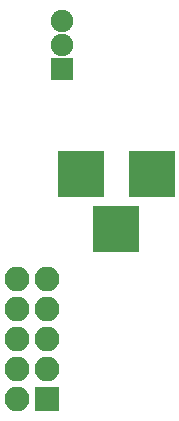
<source format=gbs>
G04 #@! TF.FileFunction,Soldermask,Bot*
%FSLAX46Y46*%
G04 Gerber Fmt 4.6, Leading zero omitted, Abs format (unit mm)*
G04 Created by KiCad (PCBNEW 4.0.7-e1-6374~58~ubuntu16.04.1) date Sun Aug 13 09:38:41 2017*
%MOMM*%
%LPD*%
G01*
G04 APERTURE LIST*
%ADD10C,0.100000*%
%ADD11R,3.900000X3.900000*%
%ADD12R,1.900000X1.900000*%
%ADD13C,1.900000*%
%ADD14R,2.100000X2.100000*%
%ADD15O,2.100000X2.100000*%
G04 APERTURE END LIST*
D10*
D11*
X166370000Y-80010000D03*
X160370000Y-80010000D03*
X163370000Y-84710000D03*
D12*
X158750000Y-71120000D03*
D13*
X158750000Y-69120000D03*
X158750000Y-67120000D03*
D14*
X157480000Y-99060000D03*
D15*
X154940000Y-99060000D03*
X157480000Y-96520000D03*
X154940000Y-96520000D03*
X157480000Y-93980000D03*
X154940000Y-93980000D03*
X157480000Y-91440000D03*
X154940000Y-91440000D03*
X157480000Y-88900000D03*
X154940000Y-88900000D03*
M02*

</source>
